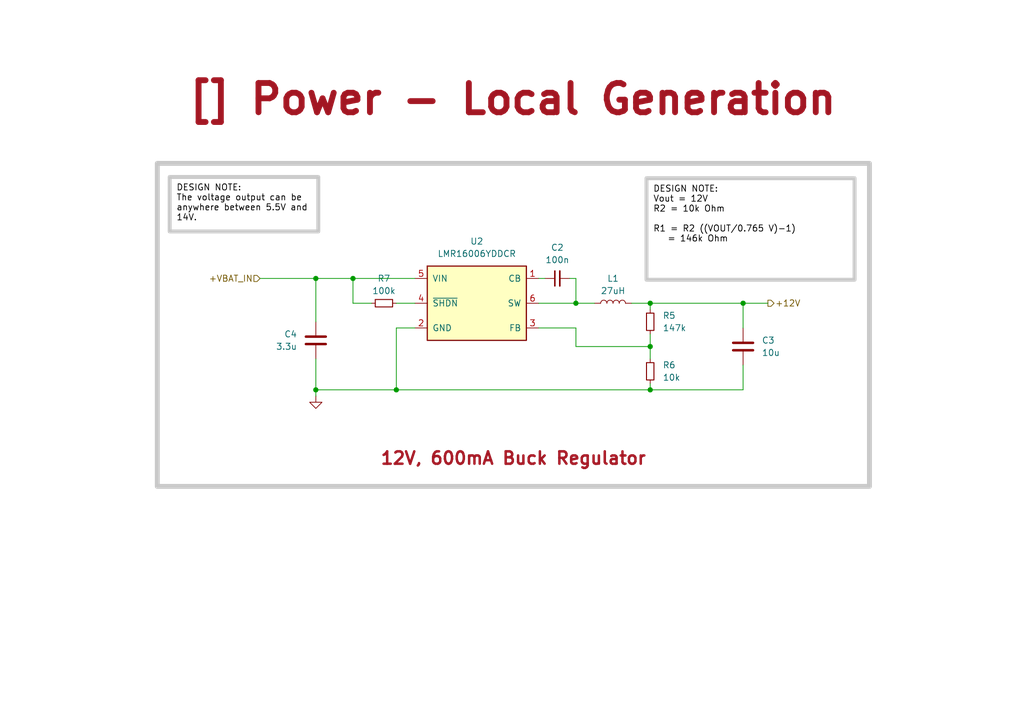
<source format=kicad_sch>
(kicad_sch (version 20231120) (generator "eeschema") (generator_version "8.0")
  (paper "A5")
  (lib_symbols
    (symbol "Device:C" (pin_numbers hide) (pin_names (offset 0.254))
      (property "Reference" "C" (at 0.635 2.54 0))
      (property "Value" "C" (at 0.635 -2.54 0))
      (symbol "C_0_1"
        (polyline (pts (xy -2.032 -0.762) (xy 2.032 -0.762)) (stroke (width 0.508)))
        (polyline (pts (xy -2.032 0.762) (xy 2.032 0.762)) (stroke (width 0.508)))
      )
      (symbol "C_1_1"
        (pin passive line (at 0 3.81 270) (length 2.794) (name "~") (number "1"))
        (pin passive line (at 0 -3.81 90) (length 2.794) (name "~") (number "2"))
      )
    )
    (symbol "Device:C_Small" (pin_numbers hide) (pin_names (offset 0.254) hide)
      (property "Reference" "C" (at 0.254 1.778 0))
      (property "Value" "C_Small" (at 0.254 -2.032 0))
      (symbol "C_Small_0_1"
        (polyline (pts (xy -1.524 -0.508) (xy 1.524 -0.508)) (stroke (width 0.3302)))
        (polyline (pts (xy -1.524 0.508) (xy 1.524 0.508)) (stroke (width 0.3048)))
      )
      (symbol "C_Small_1_1"
        (pin passive line (at 0 2.54 270) (length 2.032) (name "~") (number "1"))
        (pin passive line (at 0 -2.54 90) (length 2.032) (name "~") (number "2"))
      )
    )
    (symbol "Device:L" (pin_numbers hide) (pin_names (offset 1.016) hide)
      (property "Reference" "L" (at -1.27 0 90))
      (property "Value" "L" (at 1.905 0 90))
      (symbol "L_0_1"
        (arc (start 0 -2.54) (mid 0.6323 -1.905) (end 0 -1.27))
        (arc (start 0 -1.27) (mid 0.6323 -0.635) (end 0 0))
        (arc (start 0 0) (mid 0.6323 0.635) (end 0 1.27))
        (arc (start 0 1.27) (mid 0.6323 1.905) (end 0 2.54))
      )
      (symbol "L_1_1"
        (pin passive line (at 0 3.81 270) (length 1.27) (name "1") (number "1"))
        (pin passive line (at 0 -3.81 90) (length 1.27) (name "2") (number "2"))
      )
    )
    (symbol "Device:R_Small" (pin_numbers hide) (pin_names (offset 0.254) hide)
      (property "Reference" "R" (at 0.762 0.508 0))
      (property "Value" "R_Small" (at 0.762 -1.016 0))
      (symbol "R_Small_0_1"
        (rectangle (start -0.762 1.778) (end 0.762 -1.778) (stroke (width 0.2032)))
      )
      (symbol "R_Small_1_1"
        (pin passive line (at 0 2.54 270) (length 0.762) (name "~") (number "1"))
        (pin passive line (at 0 -2.54 90) (length 0.762) (name "~") (number "2"))
      )
    )
    (symbol "Regulator_Switching:LMR16006YQ" (pin_names (offset 1.016))
      (property "Reference" "U2" (at 0 12.7 0))
      (property "Value" "LMR16006YDDCR" (at 0 10.16 0))
      (symbol "LMR16006YQ_0_1"
        (rectangle (start -10.16 7.62) (end 10.16 -7.62) (stroke (width 0.254)) (fill (type background)))
      )
      (symbol "LMR16006YQ_1_1"
        (pin input line (at 12.7 5.08 180) (length 2.54) (name "CB") (number "1"))
        (pin power_in line (at -12.7 -5.08 0) (length 2.54) (name "GND") (number "2"))
        (pin input line (at 12.7 -5.08 180) (length 2.54) (name "FB") (number "3"))
        (pin input line (at -12.7 0 0) (length 2.54) (name "~{SHDN}") (number "4"))
        (pin power_in line (at -12.7 5.08 0) (length 2.54) (name "VIN") (number "5"))
        (pin output line (at 12.7 0 180) (length 2.54) (name "SW") (number "6"))
      )
    )
    (symbol "power:GND" (power) (pin_numbers hide) (pin_names (offset 0) hide)
      (property "Value" "GND" (at 0 -3.81 0))
      (symbol "GND_0_1"
        (polyline (pts (xy 0 0) (xy 0 -1.27) (xy 1.27 -1.27) (xy 0 -2.54) (xy -1.27 -1.27) (xy 0 -1.27)))
      )
      (symbol "GND_1_1"
        (pin power_in line (at 0 0 270) (length 0) (name "~") (number "1"))
      )
    )
  )
  (junction (at 133.35 71.12))
  (junction (at 118.11 62.23))
  (junction (at 64.77 80.01))
  (junction (at 133.35 80.01))
  (junction (at 133.35 62.23))
  (junction (at 152.4 62.23))
  (junction (at 72.39 57.15))
  (junction (at 64.77 57.15))
  (junction (at 81.28 80.01))
  (wire (pts (xy 118.11 71.12) (xy 133.35 71.12)))
  (wire (pts (xy 64.77 57.15) (xy 72.39 57.15)))
  (wire (pts (xy 118.11 57.15) (xy 118.11 62.23)))
  (wire (pts (xy 133.35 71.12) (xy 133.35 73.66)))
  (wire (pts (xy 133.35 78.74) (xy 133.35 80.01)))
  (wire (pts (xy 81.28 67.31) (xy 81.28 80.01)))
  (wire (pts (xy 133.35 62.23) (xy 129.54 62.23)))
  (wire (pts (xy 152.4 80.01) (xy 133.35 80.01)))
  (wire (pts (xy 152.4 67.31) (xy 152.4 62.23)))
  (wire (pts (xy 72.39 62.23) (xy 72.39 57.15)))
  (wire (pts (xy 64.77 73.66) (xy 64.77 80.01)))
  (wire (pts (xy 118.11 67.31) (xy 118.11 71.12)))
  (wire (pts (xy 72.39 57.15) (xy 85.09 57.15)))
  (wire (pts (xy 110.49 57.15) (xy 111.76 57.15)))
  (wire (pts (xy 85.09 67.31) (xy 81.28 67.31)))
  (wire (pts (xy 152.4 62.23) (xy 157.48 62.23)))
  (wire (pts (xy 81.28 62.23) (xy 85.09 62.23)))
  (wire (pts (xy 133.35 62.23) (xy 152.4 62.23)))
  (wire (pts (xy 64.77 66.04) (xy 64.77 57.15)))
  (wire (pts (xy 133.35 68.58) (xy 133.35 71.12)))
  (wire (pts (xy 116.84 57.15) (xy 118.11 57.15)))
  (wire (pts (xy 64.77 80.01) (xy 64.77 81.28)))
  (wire (pts (xy 76.2 62.23) (xy 72.39 62.23)))
  (wire (pts (xy 110.49 67.31) (xy 118.11 67.31)))
  (wire (pts (xy 81.28 80.01) (xy 64.77 80.01)))
  (wire (pts (xy 152.4 74.93) (xy 152.4 80.01)))
  (wire (pts (xy 110.49 62.23) (xy 118.11 62.23)))
  (wire (pts (xy 81.28 80.01) (xy 133.35 80.01)))
  (wire (pts (xy 133.35 63.5) (xy 133.35 62.23)))
  (wire (pts (xy 53.34 57.15) (xy 64.77 57.15)))
  (wire (pts (xy 118.11 62.23) (xy 121.92 62.23)))
  (rectangle (start 32.258 33.528) (end 178.308 99.822) (stroke (width 1) (color 200 200 200 1)))
  (text_box "[] Power - Local Generation" (at 12.446 13.97 0) (size 185.42 12.7) (stroke (width -0.0001)) (effects (font (size 6 6) (thickness 1.2) (bold yes))))
  (text_box "DESIGN NOTE:\nVout = 12V \nR2 = 10k Ohm\n\nR1 = R2 ((VOUT/0.765 V)-1) \n   = 146k Ohm" (at 132.588 36.576 0) (size 42.672 20.828) (stroke (width 0.8) (color 200 200 200 1)) (effects (font (size 1.27 1.27)) (justify left top)))
  (text_box "DESIGN NOTE:\nThe voltage output can be anywhere between 5.5V and 14V." (at 34.798 36.322 0) (size 30.48 11.176) (stroke (width 0.8) (color 200 200 200 1)) (effects (font (size 1.27 1.27)) (justify left top)))
  (text_box "12V, 600mA Buck Regulator " (at 32.258 90.424 0) (size 146.05 6.985) (stroke (width -0.0001)) (effects (font (size 2.54 2.54) (thickness 0.508) (bold yes)) (justify bottom)))
  (hierarchical_label "+12V" (shape output) (at 157.48 62.23 0))
  (hierarchical_label "+VBAT_IN" (shape input) (at 53.34 57.15 180))
  (symbol (lib_id "Regulator_Switching:LMR16006YQ") (at 97.79 62.23 0) (unit 1)
    (property "Reference" "U2" (at 97.79 49.53 0))
    (property "Value" "LMR16006YDDCR" (at 97.79 52.07 0))
    (property "Footprint" "Package_TO_SOT_SMD:SOT-23-6" (effects (hide yes)))
    (property "Datasheet" "http://www.ti.com/lit/ds/symlink/lmr16006y-q1.pdf" (effects (hide yes)))
    (property "Description" "Simple Switcher Buck Regulator, Vin=4-40V, Iout=600mA, Adjustable output voltage, SOT-23-6 package" (effects (hide yes)))
  )
  (symbol (lib_id "Device:R_Small") (at 133.35 66.04 0) (unit 1)
    (property "Reference" "R5" (at 135.89 64.7699 0) (effects (justify left)))
    (property "Value" "147k" (at 135.89 67.3099 0) (effects (justify left)))
    (property "Description" "Resistor, small symbol" (effects (hide yes)))
  )
  (symbol (lib_id "Device:R_Small") (at 133.35 76.2 0) (unit 1)
    (property "Reference" "R6" (at 135.89 74.9299 0) (effects (justify left)))
    (property "Value" "10k" (at 135.89 77.4699 0) (effects (justify left)))
    (property "Description" "Resistor, small symbol" (effects (hide yes)))
  )
  (symbol (lib_id "Device:L") (at 125.73 62.23 90) (unit 1)
    (property "Reference" "L1" (at 125.73 57.15 90))
    (property "Value" "27uH" (at 125.73 59.69 90))
    (property "Description" "Inductor" (effects (hide yes)))
  )
  (symbol (lib_id "Device:R_Small") (at 78.74 62.23 90) (unit 1)
    (property "Reference" "R7" (at 78.74 57.15 90))
    (property "Value" "100k" (at 78.74 59.69 90))
    (property "Description" "Resistor, small symbol" (effects (hide yes)))
  )
  (symbol (lib_id "power:GND") (at 64.77 81.28 0) (unit 1)
    (property "Reference" "#PWR08" (effects (hide yes)))
    (property "Value" "GND" (effects (hide yes)))
    (property "Description" "Power symbol creates a global label with name \"GND\" , ground" (effects (hide yes)))
  )
  (symbol (lib_id "Device:C") (at 152.4 71.12 0) (unit 1)
    (property "Reference" "C3" (at 156.21 69.8499 0) (effects (justify left)))
    (property "Value" "10u" (at 156.21 72.3899 0) (effects (justify left)))
    (property "Description" "Unpolarized capacitor" (effects (hide yes)))
  )
  (symbol (lib_id "Device:C") (at 64.77 69.85 0) (mirror y) (unit 1)
    (property "Reference" "C4" (at 60.96 68.5799 0) (effects (justify left)))
    (property "Value" "3.3u" (at 60.96 71.1199 0) (effects (justify left)))
    (property "Description" "Unpolarized capacitor" (effects (hide yes)))
  )
  (symbol (lib_id "Device:C_Small") (at 114.3 57.15 90) (unit 1)
    (property "Reference" "C2" (at 114.3063 50.8 90))
    (property "Value" "100n" (at 114.3063 53.34 90))
    (property "Description" "Unpolarized capacitor, small symbol" (effects (hide yes)))
  )
)
</source>
